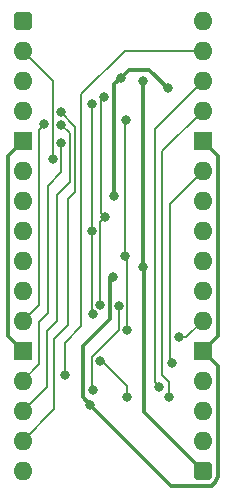
<source format=gbl>
%TF.GenerationSoftware,KiCad,Pcbnew,8.0.4*%
%TF.CreationDate,2024-08-22T17:53:04+02:00*%
%TF.ProjectId,Selector 1-of-4 4bit,53656c65-6374-46f7-9220-312d6f662d34,V0*%
%TF.SameCoordinates,PX54c81a0PY37b6b20*%
%TF.FileFunction,Copper,L2,Bot*%
%TF.FilePolarity,Positive*%
%FSLAX46Y46*%
G04 Gerber Fmt 4.6, Leading zero omitted, Abs format (unit mm)*
G04 Created by KiCad (PCBNEW 8.0.4) date 2024-08-22 17:53:04*
%MOMM*%
%LPD*%
G01*
G04 APERTURE LIST*
G04 Aperture macros list*
%AMRoundRect*
0 Rectangle with rounded corners*
0 $1 Rounding radius*
0 $2 $3 $4 $5 $6 $7 $8 $9 X,Y pos of 4 corners*
0 Add a 4 corners polygon primitive as box body*
4,1,4,$2,$3,$4,$5,$6,$7,$8,$9,$2,$3,0*
0 Add four circle primitives for the rounded corners*
1,1,$1+$1,$2,$3*
1,1,$1+$1,$4,$5*
1,1,$1+$1,$6,$7*
1,1,$1+$1,$8,$9*
0 Add four rect primitives between the rounded corners*
20,1,$1+$1,$2,$3,$4,$5,0*
20,1,$1+$1,$4,$5,$6,$7,0*
20,1,$1+$1,$6,$7,$8,$9,0*
20,1,$1+$1,$8,$9,$2,$3,0*%
G04 Aperture macros list end*
%TA.AperFunction,ComponentPad*%
%ADD10RoundRect,0.400000X-0.400000X-0.400000X0.400000X-0.400000X0.400000X0.400000X-0.400000X0.400000X0*%
%TD*%
%TA.AperFunction,ComponentPad*%
%ADD11O,1.600000X1.600000*%
%TD*%
%TA.AperFunction,ComponentPad*%
%ADD12R,1.600000X1.600000*%
%TD*%
%TA.AperFunction,ViaPad*%
%ADD13C,0.800000*%
%TD*%
%TA.AperFunction,Conductor*%
%ADD14C,0.380000*%
%TD*%
%TA.AperFunction,Conductor*%
%ADD15C,0.200000*%
%TD*%
G04 APERTURE END LIST*
D10*
%TO.P,J2,1,Pin_1*%
%TO.N,5V*%
X0Y0D03*
D11*
%TO.P,J2,2,Pin_2*%
%TO.N,A0*%
X0Y-2540000D03*
%TO.P,J2,3,Pin_3*%
%TO.N,A2*%
X0Y-5080000D03*
%TO.P,J2,4,Pin_4*%
%TO.N,B0*%
X0Y-7620000D03*
D12*
%TO.P,J2,5,Pin_5*%
%TO.N,GND*%
X0Y-10160000D03*
D11*
%TO.P,J2,6,Pin_6*%
%TO.N,B2*%
X0Y-12700000D03*
%TO.P,J2,7,Pin_7*%
%TO.N,~{E}*%
X0Y-15240000D03*
%TO.P,J2,8,Pin_8*%
%TO.N,S1*%
X0Y-17780000D03*
%TO.P,J2,9,Pin_9*%
%TO.N,S0*%
X0Y-20320000D03*
%TO.P,J2,10,Pin_10*%
%TO.N,unconnected-(J2-Pin_10-Pad10)*%
X0Y-22860000D03*
%TO.P,J2,11,Pin_11*%
%TO.N,C0*%
X0Y-25400000D03*
D12*
%TO.P,J2,12,Pin_12*%
%TO.N,GND*%
X0Y-27940000D03*
D11*
%TO.P,J2,13,Pin_13*%
%TO.N,C2*%
X0Y-30480000D03*
%TO.P,J2,14,Pin_14*%
%TO.N,D0*%
X0Y-33020000D03*
%TO.P,J2,15,Pin_15*%
%TO.N,D2*%
X0Y-35560000D03*
%TO.P,J2,16,Pin_16*%
%TO.N,unconnected-(J2-Pin_16-Pad16)*%
X0Y-38100000D03*
D10*
%TO.P,J2,17,Pin_17*%
%TO.N,5V*%
X15240000Y-38100000D03*
D11*
%TO.P,J2,18,Pin_18*%
%TO.N,D3*%
X15240000Y-35560000D03*
%TO.P,J2,19,Pin_19*%
%TO.N,D1*%
X15240000Y-33020000D03*
%TO.P,J2,20,Pin_20*%
%TO.N,C3*%
X15240000Y-30480000D03*
D12*
%TO.P,J2,21,Pin_21*%
%TO.N,GND*%
X15240000Y-27940000D03*
D11*
%TO.P,J2,22,Pin_22*%
%TO.N,C1*%
X15240000Y-25400000D03*
%TO.P,J2,23,Pin_23*%
%TO.N,Y3*%
X15240000Y-22860000D03*
%TO.P,J2,24,Pin_24*%
%TO.N,Y1*%
X15240000Y-20320000D03*
%TO.P,J2,25,Pin_25*%
%TO.N,Y2*%
X15240000Y-17780000D03*
%TO.P,J2,26,Pin_26*%
%TO.N,Y0*%
X15240000Y-15240000D03*
%TO.P,J2,27,Pin_27*%
%TO.N,B3*%
X15240000Y-12700000D03*
D12*
%TO.P,J2,28,Pin_28*%
%TO.N,GND*%
X15240000Y-10160000D03*
D11*
%TO.P,J2,29,Pin_29*%
%TO.N,B1*%
X15240000Y-7620000D03*
%TO.P,J2,30,Pin_30*%
%TO.N,A3*%
X15240000Y-5080000D03*
%TO.P,J2,31,Pin_31*%
%TO.N,A1*%
X15240000Y-2540000D03*
%TO.P,J2,32,Pin_32*%
%TO.N,unconnected-(J2-Pin_32-Pad32)*%
X15240000Y0D03*
%TD*%
D13*
%TO.N,GND*%
X7746990Y-14859000D03*
X7620006Y-21670000D03*
X5715000Y-32512000D03*
X8305000Y-4826000D03*
X12319000Y-5715000D03*
%TO.N,5V*%
X10155500Y-20823500D03*
X10205000Y-5080000D03*
%TO.N,~{E}*%
X6576000Y-24026430D03*
X6956990Y-16639877D03*
X6858000Y-6477000D03*
%TO.N,S1*%
X5850453Y-7064546D03*
X5941061Y-24798995D03*
X5876000Y-17780000D03*
%TO.N,S0*%
X8791000Y-8382000D03*
X8636000Y-19939000D03*
X8856000Y-26154491D03*
%TO.N,C1*%
X13220000Y-26797000D03*
%TO.N,B1*%
X8866000Y-31876994D03*
X6557234Y-28777625D03*
X12416732Y-31812000D03*
%TO.N,A1*%
X3556000Y-29972000D03*
%TO.N,Y1*%
X5969003Y-31241997D03*
X8156000Y-24159007D03*
%TO.N,A3*%
X11557000Y-30988000D03*
%TO.N,B3*%
X12638000Y-28956000D03*
%TO.N,D0*%
X3264540Y-8792452D03*
%TO.N,C0*%
X1840000Y-8773970D03*
%TO.N,A0*%
X2540006Y-11684000D03*
%TO.N,C2*%
X3290675Y-10301725D03*
%TO.N,D2*%
X3240000Y-7747000D03*
%TD*%
D14*
%TO.N,GND*%
X16002000Y-39370000D02*
X12573000Y-39370000D01*
X12573000Y-39370000D02*
X5715000Y-32512000D01*
X16510000Y-38609359D02*
X16476395Y-38745697D01*
X16510000Y-29210000D02*
X16510000Y-38609359D01*
X15240000Y-27940000D02*
X16510000Y-29210000D01*
X16476395Y-38745697D02*
X16384809Y-38987191D01*
X16384809Y-38987191D02*
X16002000Y-39370000D01*
X16510000Y-11430000D02*
X15240000Y-10160000D01*
X15240000Y-27940000D02*
X16510000Y-26670000D01*
X16510000Y-26670000D02*
X16510000Y-11430000D01*
X-1270000Y-26670000D02*
X0Y-27940000D01*
X-1270000Y-11430000D02*
X-1270000Y-26670000D01*
X0Y-10160000D02*
X-1270000Y-11430000D01*
D15*
%TO.N,B1*%
X12416732Y-30604172D02*
X12416732Y-31812000D01*
X11811000Y-29998440D02*
X12416732Y-30604172D01*
X15240000Y-7620000D02*
X11811000Y-11049000D01*
X11811000Y-11049000D02*
X11811000Y-29998440D01*
%TO.N,A3*%
X11176000Y-30607000D02*
X11557000Y-30988000D01*
X11176000Y-9144000D02*
X11176000Y-30607000D01*
X15240000Y-5080000D02*
X11176000Y-9144000D01*
%TO.N,B3*%
X12470000Y-28788000D02*
X12638000Y-28956000D01*
X12470000Y-15470000D02*
X12470000Y-28788000D01*
X15240000Y-12700000D02*
X12470000Y-15470000D01*
%TO.N,C1*%
X15240000Y-25400000D02*
X13843000Y-26797000D01*
X13843000Y-26797000D02*
X13220000Y-26797000D01*
%TO.N,A1*%
X3556000Y-27273250D02*
X3556000Y-29972000D01*
X4967984Y-25861266D02*
X3556000Y-27273250D01*
X4967984Y-6208016D02*
X4967984Y-25861266D01*
X8636000Y-2540000D02*
X4967984Y-6208016D01*
X15240000Y-2540000D02*
X8636000Y-2540000D01*
D14*
%TO.N,GND*%
X7746990Y-5384010D02*
X8305000Y-4826000D01*
X9003500Y-4127500D02*
X8305000Y-4826000D01*
X7746990Y-14859000D02*
X7746990Y-5384010D01*
X12319000Y-5715000D02*
X10731500Y-4127500D01*
X10731500Y-4127500D02*
X9003500Y-4127500D01*
%TO.N,5V*%
X10155500Y-20823500D02*
X10155500Y-5129500D01*
X10155500Y-5129500D02*
X10205000Y-5080000D01*
D15*
%TO.N,D2*%
X2667000Y-32893000D02*
X0Y-35560000D01*
X3810000Y-15113000D02*
X3810000Y-25781000D01*
X3810000Y-25781000D02*
X2667000Y-26924000D01*
X4445000Y-14478000D02*
X3810000Y-15113000D01*
X4445000Y-8952000D02*
X4445000Y-14478000D01*
X2667000Y-26924000D02*
X2667000Y-32893000D01*
X3240000Y-7747000D02*
X4445000Y-8952000D01*
%TO.N,D0*%
X2032000Y-26270000D02*
X2032000Y-30988000D01*
X2032000Y-30988000D02*
X0Y-33020000D01*
X3990675Y-13662325D02*
X2921000Y-14732000D01*
X2921000Y-25381000D02*
X2032000Y-26270000D01*
X3990675Y-9518587D02*
X3990675Y-13662325D01*
X2921000Y-14732000D02*
X2921000Y-25381000D01*
X3264540Y-8792452D02*
X3990675Y-9518587D01*
%TO.N,C2*%
X1397000Y-29083000D02*
X0Y-30480000D01*
X2159000Y-13970000D02*
X2159000Y-24765000D01*
X3290675Y-12838325D02*
X2159000Y-13970000D01*
X2159000Y-24765000D02*
X1397000Y-25527000D01*
X3290675Y-10301725D02*
X3290675Y-12838325D01*
X1397000Y-25527000D02*
X1397000Y-29083000D01*
D14*
%TO.N,5V*%
X10287000Y-20955000D02*
X10155500Y-20823500D01*
X15240000Y-38100000D02*
X10287000Y-33147000D01*
X10287000Y-33147000D02*
X10287000Y-20955000D01*
D15*
%TO.N,~{E}*%
X6604000Y-6731000D02*
X6858000Y-6477000D01*
X6604000Y-16286887D02*
X6604000Y-6731000D01*
X6956990Y-16639877D02*
X6604000Y-16286887D01*
%TO.N,S1*%
X5876000Y-17780000D02*
X5876000Y-7090093D01*
X5876000Y-7090093D02*
X5850453Y-7064546D01*
%TO.N,S0*%
X8636000Y-19939000D02*
X8636000Y-8537000D01*
X8636000Y-8537000D02*
X8791000Y-8382000D01*
%TO.N,B1*%
X8866000Y-31876994D02*
X8866000Y-30941699D01*
X6701926Y-28777625D02*
X6557234Y-28777625D01*
X8866000Y-30941699D02*
X6701926Y-28777625D01*
%TO.N,C0*%
X1379925Y-24020075D02*
X1379925Y-9234045D01*
X0Y-25400000D02*
X1379925Y-24020075D01*
X1379925Y-9234045D02*
X1840000Y-8773970D01*
%TO.N,A0*%
X2540006Y-5080006D02*
X2540006Y-11684000D01*
X0Y-2540000D02*
X2540006Y-5080006D01*
%TO.N,S1*%
X5842000Y-24699934D02*
X5842000Y-17814000D01*
X5842000Y-17814000D02*
X5876000Y-17780000D01*
%TO.N,~{E}*%
X6576000Y-24026430D02*
X6576000Y-17020867D01*
X6576000Y-17020867D02*
X6956990Y-16639877D01*
%TO.N,S1*%
X5941061Y-24798995D02*
X5842000Y-24699934D01*
D14*
%TO.N,GND*%
X7413000Y-21670000D02*
X7620006Y-21670000D01*
X7366000Y-21717000D02*
X7413000Y-21670000D01*
X7366000Y-25273000D02*
X7366000Y-21717000D01*
X5080000Y-27559000D02*
X7366000Y-25273000D01*
X5080000Y-31877000D02*
X5080000Y-27559000D01*
X5715000Y-32512000D02*
X5080000Y-31877000D01*
D15*
%TO.N,Y1*%
X8156000Y-26188893D02*
X8156000Y-24159007D01*
X5850000Y-28494893D02*
X8156000Y-26188893D01*
X5850000Y-31122994D02*
X5850000Y-28494893D01*
X5969003Y-31241997D02*
X5850000Y-31122994D01*
%TO.N,S0*%
X8856000Y-20159000D02*
X8856000Y-26154491D01*
X8636000Y-19939000D02*
X8856000Y-20159000D01*
%TD*%
M02*

</source>
